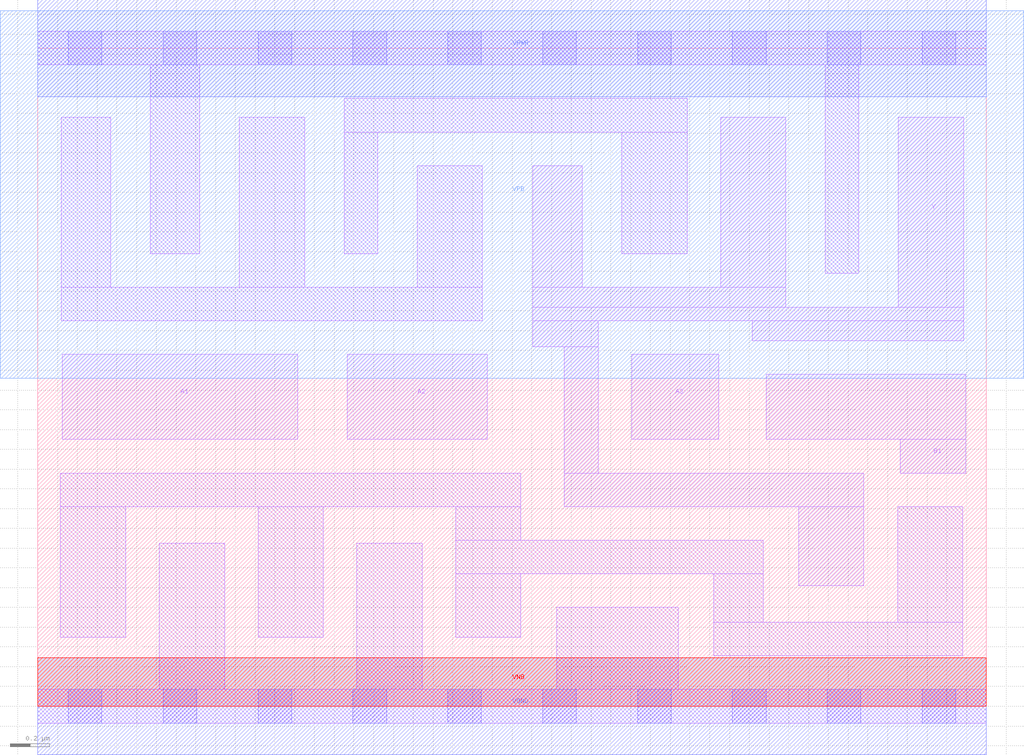
<source format=lef>
# Copyright 2020 The SkyWater PDK Authors
#
# Licensed under the Apache License, Version 2.0 (the "License");
# you may not use this file except in compliance with the License.
# You may obtain a copy of the License at
#
#     https://www.apache.org/licenses/LICENSE-2.0
#
# Unless required by applicable law or agreed to in writing, software
# distributed under the License is distributed on an "AS IS" BASIS,
# WITHOUT WARRANTIES OR CONDITIONS OF ANY KIND, either express or implied.
# See the License for the specific language governing permissions and
# limitations under the License.
#
# SPDX-License-Identifier: Apache-2.0

VERSION 5.7 ;
  NOWIREEXTENSIONATPIN ON ;
  DIVIDERCHAR "/" ;
  BUSBITCHARS "[]" ;
MACRO sky130_fd_sc_ls__o31ai_2
  CLASS CORE ;
  FOREIGN sky130_fd_sc_ls__o31ai_2 ;
  ORIGIN  0.000000  0.000000 ;
  SIZE  4.800000 BY  3.330000 ;
  SYMMETRY X Y ;
  SITE unit ;
  PIN A1
    ANTENNAGATEAREA  0.558000 ;
    DIRECTION INPUT ;
    USE SIGNAL ;
    PORT
      LAYER li1 ;
        RECT 0.125000 1.350000 1.315000 1.780000 ;
    END
  END A1
  PIN A2
    ANTENNAGATEAREA  0.558000 ;
    DIRECTION INPUT ;
    USE SIGNAL ;
    PORT
      LAYER li1 ;
        RECT 1.565000 1.350000 2.275000 1.780000 ;
    END
  END A2
  PIN A3
    ANTENNAGATEAREA  0.558000 ;
    DIRECTION INPUT ;
    USE SIGNAL ;
    PORT
      LAYER li1 ;
        RECT 3.005000 1.350000 3.445000 1.780000 ;
    END
  END A3
  PIN B1
    ANTENNAGATEAREA  0.558000 ;
    DIRECTION INPUT ;
    USE SIGNAL ;
    PORT
      LAYER li1 ;
        RECT 3.685000 1.350000 4.695000 1.680000 ;
        RECT 4.365000 1.180000 4.695000 1.350000 ;
    END
  END B1
  PIN Y
    ANTENNADIFFAREA  1.297000 ;
    DIRECTION OUTPUT ;
    USE SIGNAL ;
    PORT
      LAYER li1 ;
        RECT 2.505000 1.820000 2.835000 1.950000 ;
        RECT 2.505000 1.950000 4.685000 2.020000 ;
        RECT 2.505000 2.020000 3.785000 2.120000 ;
        RECT 2.505000 2.120000 2.755000 2.735000 ;
        RECT 2.665000 1.010000 4.180000 1.180000 ;
        RECT 2.665000 1.180000 2.835000 1.820000 ;
        RECT 3.455000 2.120000 3.785000 2.980000 ;
        RECT 3.615000 1.850000 4.685000 1.950000 ;
        RECT 3.850000 0.610000 4.180000 1.010000 ;
        RECT 4.355000 2.020000 4.685000 2.980000 ;
    END
  END Y
  PIN VGND
    DIRECTION INOUT ;
    SHAPE ABUTMENT ;
    USE GROUND ;
    PORT
      LAYER met1 ;
        RECT 0.000000 -0.245000 4.800000 0.245000 ;
    END
  END VGND
  PIN VNB
    DIRECTION INOUT ;
    USE GROUND ;
    PORT
      LAYER pwell ;
        RECT 0.000000 0.000000 4.800000 0.245000 ;
    END
  END VNB
  PIN VPB
    DIRECTION INOUT ;
    USE POWER ;
    PORT
      LAYER nwell ;
        RECT -0.190000 1.660000 4.990000 3.520000 ;
    END
  END VPB
  PIN VPWR
    DIRECTION INOUT ;
    SHAPE ABUTMENT ;
    USE POWER ;
    PORT
      LAYER met1 ;
        RECT 0.000000 3.085000 4.800000 3.575000 ;
    END
  END VPWR
  OBS
    LAYER li1 ;
      RECT 0.000000 -0.085000 4.800000 0.085000 ;
      RECT 0.000000  3.245000 4.800000 3.415000 ;
      RECT 0.115000  0.350000 0.445000 1.010000 ;
      RECT 0.115000  1.010000 2.445000 1.180000 ;
      RECT 0.120000  1.950000 2.250000 2.120000 ;
      RECT 0.120000  2.120000 0.370000 2.980000 ;
      RECT 0.570000  2.290000 0.820000 3.245000 ;
      RECT 0.615000  0.085000 0.945000 0.825000 ;
      RECT 1.020000  2.120000 1.350000 2.980000 ;
      RECT 1.115000  0.350000 1.445000 1.010000 ;
      RECT 1.550000  2.290000 1.720000 2.905000 ;
      RECT 1.550000  2.905000 3.285000 3.075000 ;
      RECT 1.615000  0.085000 1.945000 0.825000 ;
      RECT 1.920000  2.120000 2.250000 2.735000 ;
      RECT 2.115000  0.350000 2.445000 0.670000 ;
      RECT 2.115000  0.670000 3.670000 0.840000 ;
      RECT 2.115000  0.840000 2.445000 1.010000 ;
      RECT 2.625000  0.085000 3.240000 0.500000 ;
      RECT 2.955000  2.290000 3.285000 2.905000 ;
      RECT 3.420000  0.255000 4.680000 0.425000 ;
      RECT 3.420000  0.425000 3.670000 0.670000 ;
      RECT 3.985000  2.190000 4.155000 3.245000 ;
      RECT 4.350000  0.425000 4.680000 1.010000 ;
    LAYER mcon ;
      RECT 0.155000 -0.085000 0.325000 0.085000 ;
      RECT 0.155000  3.245000 0.325000 3.415000 ;
      RECT 0.635000 -0.085000 0.805000 0.085000 ;
      RECT 0.635000  3.245000 0.805000 3.415000 ;
      RECT 1.115000 -0.085000 1.285000 0.085000 ;
      RECT 1.115000  3.245000 1.285000 3.415000 ;
      RECT 1.595000 -0.085000 1.765000 0.085000 ;
      RECT 1.595000  3.245000 1.765000 3.415000 ;
      RECT 2.075000 -0.085000 2.245000 0.085000 ;
      RECT 2.075000  3.245000 2.245000 3.415000 ;
      RECT 2.555000 -0.085000 2.725000 0.085000 ;
      RECT 2.555000  3.245000 2.725000 3.415000 ;
      RECT 3.035000 -0.085000 3.205000 0.085000 ;
      RECT 3.035000  3.245000 3.205000 3.415000 ;
      RECT 3.515000 -0.085000 3.685000 0.085000 ;
      RECT 3.515000  3.245000 3.685000 3.415000 ;
      RECT 3.995000 -0.085000 4.165000 0.085000 ;
      RECT 3.995000  3.245000 4.165000 3.415000 ;
      RECT 4.475000 -0.085000 4.645000 0.085000 ;
      RECT 4.475000  3.245000 4.645000 3.415000 ;
  END
END sky130_fd_sc_ls__o31ai_2
END LIBRARY

</source>
